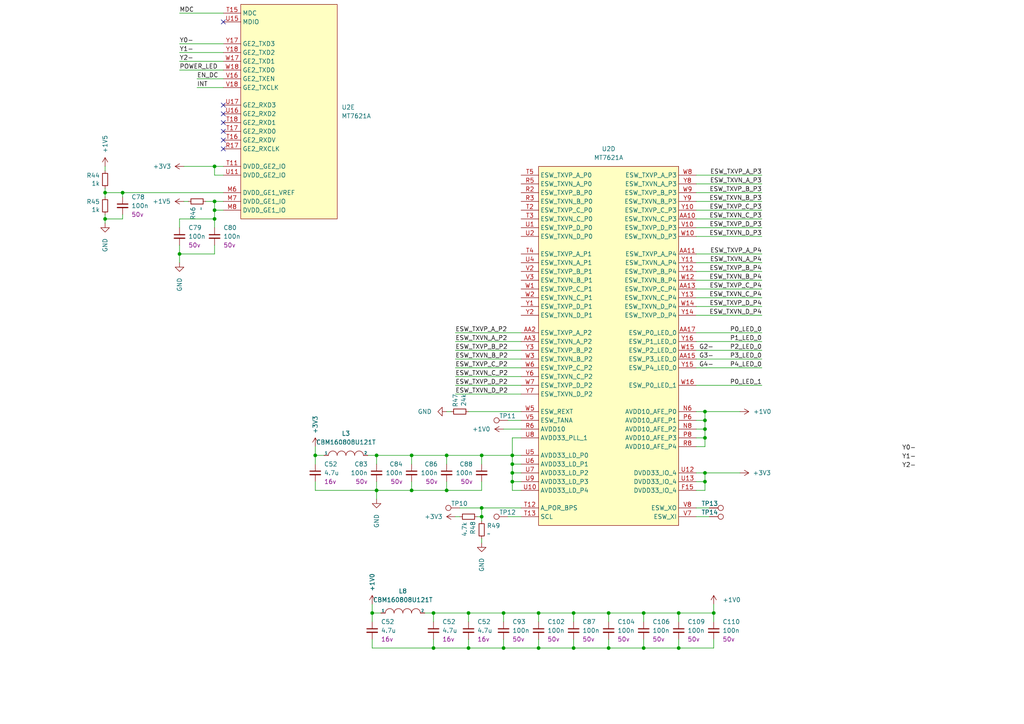
<source format=kicad_sch>
(kicad_sch (version 20230121) (generator eeschema)
  (paper "A4")
  (junction (at 166.37 187.96))
  (junction (at 204.47 139.7))
  (junction (at 109.22 132.08))
  (junction (at 146.05 187.96))
  (junction (at 204.47 137.16))
  (junction (at 179.07 -157.48))
  (junction (at 135.89 177.8))
  (junction (at 146.05 177.8))
  (junction (at 212.09 -80.01))
  (junction (at 186.69 187.96))
  (junction (at 181.61 -102.87))
  (junction (at 62.23 63.5))
  (junction (at 148.59 137.16))
  (junction (at 62.23 58.42))
  (junction (at 176.53 177.8))
  (junction (at 139.7 149.86))
  (junction (at 196.85 187.96))
  (junction (at 109.22 142.24))
  (junction (at 140.97 -157.48))
  (junction (at 139.7 132.08))
  (junction (at 179.07 -167.64))
  (junction (at 212.09 -15.24))
  (junction (at 143.51 -27.94))
  (junction (at 181.61 -27.94))
  (junction (at 181.61 -92.71))
  (junction (at 143.51 -82.55))
  (junction (at 125.73 187.96))
  (junction (at 62.23 60.96))
  (junction (at 143.51 -102.87))
  (junction (at 204.47 119.38))
  (junction (at 166.37 177.8))
  (junction (at 30.48 63.5))
  (junction (at 148.59 134.62))
  (junction (at 148.59 132.08))
  (junction (at 186.69 177.8))
  (junction (at 129.54 142.24))
  (junction (at 135.89 187.96))
  (junction (at 143.51 -38.1))
  (junction (at 139.7 147.32))
  (junction (at 207.01 177.8))
  (junction (at 196.85 177.8))
  (junction (at 52.07 73.66))
  (junction (at 156.21 187.96))
  (junction (at 193.04 -185.42))
  (junction (at 204.47 127))
  (junction (at 30.48 55.88))
  (junction (at 125.73 177.8))
  (junction (at 107.95 177.8))
  (junction (at 181.61 -38.1))
  (junction (at 140.97 -147.32))
  (junction (at 176.53 187.96))
  (junction (at 204.47 121.92))
  (junction (at 143.51 -17.78))
  (junction (at 119.38 142.24))
  (junction (at 143.51 -92.71))
  (junction (at 62.23 48.26))
  (junction (at 195.58 -55.88))
  (junction (at 209.55 -144.78))
  (junction (at 119.38 132.08))
  (junction (at 148.59 139.7))
  (junction (at 181.61 -113.03))
  (junction (at 140.97 -167.64))
  (junction (at 195.58 -120.65))
  (junction (at 129.54 132.08))
  (junction (at 181.61 -48.26))
  (junction (at 35.56 55.88))
  (junction (at 204.47 124.46))
  (junction (at 156.21 177.8))
  (junction (at 179.07 -177.8))
  (junction (at 91.44 132.08))
  (no_connect (at 64.77 30.48))
  (no_connect (at 64.77 40.64))
  (no_connect (at 64.77 43.18))
  (no_connect (at 64.77 6.35))
  (no_connect (at 64.77 33.02))
  (no_connect (at 64.77 38.1))
  (no_connect (at 64.77 35.56))
  (wire (pts (xy 62.23 50.8) (xy 62.23 48.26)))
  (wire (pts (xy 127 -85.09) (xy 152.4 -85.09)))
  (wire (pts (xy 181.61 -113.03) (xy 181.61 -120.65)))
  (wire (pts (xy 201.93 121.92) (xy 204.47 121.92)))
  (wire (pts (xy 127 -15.24) (xy 152.4 -15.24)))
  (wire (pts (xy 172.72 -30.48) (xy 187.96 -30.48)))
  (wire (pts (xy 179.07 -157.48) (xy 179.07 -147.32)))
  (wire (pts (xy 147.32 149.86) (xy 151.13 149.86)))
  (wire (pts (xy 193.04 -185.42) (xy 195.58 -185.42)))
  (wire (pts (xy 170.18 -170.18) (xy 182.88 -170.18)))
  (wire (pts (xy 220.98 83.82) (xy 201.93 83.82)))
  (wire (pts (xy 212.09 -24.13) (xy 212.09 -21.59)))
  (wire (pts (xy 181.61 -175.26) (xy 181.61 -177.8)))
  (wire (pts (xy 181.61 -38.1) (xy 181.61 -27.94)))
  (wire (pts (xy 139.7 132.08) (xy 129.54 132.08)))
  (wire (pts (xy 196.85 177.8) (xy 207.01 177.8)))
  (wire (pts (xy 148.59 139.7) (xy 151.13 139.7)))
  (wire (pts (xy 143.51 -17.78) (xy 143.51 -27.94)))
  (wire (pts (xy 149.86 -48.26) (xy 152.4 -48.26)))
  (wire (pts (xy 132.08 109.22) (xy 151.13 109.22)))
  (wire (pts (xy 127 -105.41) (xy 152.4 -105.41)))
  (wire (pts (xy 129.54 139.7) (xy 129.54 142.24)))
  (wire (pts (xy 52.07 17.78) (xy 64.77 17.78)))
  (wire (pts (xy 193.04 -100.33) (xy 198.12 -100.33)))
  (wire (pts (xy 177.8 -177.8) (xy 179.07 -177.8)))
  (wire (pts (xy 201.93 101.6) (xy 220.98 101.6)))
  (wire (pts (xy 107.95 175.26) (xy 107.95 177.8)))
  (wire (pts (xy 207.01 175.26) (xy 207.01 177.8)))
  (wire (pts (xy 201.93 96.52) (xy 220.98 96.52)))
  (wire (pts (xy 35.56 55.88) (xy 64.77 55.88)))
  (wire (pts (xy 127 -90.17) (xy 152.4 -90.17)))
  (wire (pts (xy 170.18 -167.64) (xy 172.72 -167.64)))
  (wire (pts (xy 193.04 -144.78) (xy 193.04 -162.56)))
  (wire (pts (xy 170.18 -165.1) (xy 184.15 -165.1)))
  (wire (pts (xy 127 -110.49) (xy 152.4 -110.49)))
  (wire (pts (xy 62.23 58.42) (xy 62.23 60.96)))
  (wire (pts (xy 146.05 187.96) (xy 146.05 185.42)))
  (wire (pts (xy 181.61 -102.87) (xy 181.61 -92.71)))
  (wire (pts (xy 166.37 185.42) (xy 166.37 187.96)))
  (wire (pts (xy 201.93 142.24) (xy 204.47 142.24)))
  (wire (pts (xy 205.74 -153.67) (xy 205.74 -133.35)))
  (wire (pts (xy 195.58 -33.02) (xy 198.12 -33.02)))
  (wire (pts (xy 146.05 177.8) (xy 156.21 177.8)))
  (wire (pts (xy 190.5 -40.64) (xy 198.12 -40.64)))
  (wire (pts (xy 35.56 63.5) (xy 30.48 63.5)))
  (wire (pts (xy 107.95 177.8) (xy 110.49 177.8)))
  (wire (pts (xy 62.23 58.42) (xy 64.77 58.42)))
  (wire (pts (xy 172.72 -85.09) (xy 193.04 -85.09)))
  (wire (pts (xy 180.34 -113.03) (xy 181.61 -113.03)))
  (wire (pts (xy 204.47 139.7) (xy 204.47 137.16)))
  (wire (pts (xy 140.97 -167.64) (xy 140.97 -177.8)))
  (wire (pts (xy 143.51 -48.26) (xy 144.78 -48.26)))
  (wire (pts (xy 180.34 -48.26) (xy 181.61 -48.26)))
  (wire (pts (xy 146.05 124.46) (xy 151.13 124.46)))
  (wire (pts (xy 220.98 76.2) (xy 201.93 76.2)))
  (wire (pts (xy 208.28 -88.9) (xy 208.28 -68.58)))
  (wire (pts (xy 203.2 -153.67) (xy 203.2 -151.13)))
  (wire (pts (xy 220.98 58.42) (xy 201.93 58.42)))
  (wire (pts (xy 170.18 -180.34) (xy 195.58 -180.34)))
  (wire (pts (xy 30.48 55.88) (xy 30.48 57.15)))
  (wire (pts (xy 129.54 132.08) (xy 119.38 132.08)))
  (wire (pts (xy 205.74 -81.28) (xy 205.74 -80.01)))
  (wire (pts (xy 220.98 73.66) (xy 201.93 73.66)))
  (wire (pts (xy 212.09 -15.24) (xy 212.09 -13.97)))
  (wire (pts (xy 172.72 -100.33) (xy 186.69 -100.33)))
  (wire (pts (xy 124.46 -149.86) (xy 149.86 -149.86)))
  (wire (pts (xy 205.74 -88.9) (xy 205.74 -86.36)))
  (wire (pts (xy 186.69 177.8) (xy 186.69 180.34)))
  (wire (pts (xy 191.77 -55.88) (xy 195.58 -55.88)))
  (wire (pts (xy 209.55 -144.78) (xy 209.55 -143.51)))
  (wire (pts (xy 205.74 -15.24) (xy 212.09 -15.24)))
  (wire (pts (xy 35.56 62.23) (xy 35.56 63.5)))
  (wire (pts (xy 186.69 -38.1) (xy 198.12 -38.1)))
  (wire (pts (xy 135.89 185.42) (xy 135.89 187.96)))
  (wire (pts (xy 147.32 121.92) (xy 151.13 121.92)))
  (wire (pts (xy 147.32 -157.48) (xy 149.86 -157.48)))
  (wire (pts (xy 139.7 139.7) (xy 139.7 142.24)))
  (wire (pts (xy 207.01 185.42) (xy 207.01 187.96)))
  (wire (pts (xy 172.72 -15.24) (xy 195.58 -15.24)))
  (wire (pts (xy 172.72 -35.56) (xy 186.69 -35.56)))
  (wire (pts (xy 220.98 50.8) (xy 201.93 50.8)))
  (wire (pts (xy 186.69 -35.56) (xy 186.69 -38.1)))
  (wire (pts (xy 109.22 132.08) (xy 109.22 134.62)))
  (wire (pts (xy 181.61 -113.03) (xy 181.61 -102.87)))
  (wire (pts (xy 35.56 55.88) (xy 30.48 55.88)))
  (wire (pts (xy 142.24 -147.32) (xy 140.97 -147.32)))
  (wire (pts (xy 184.15 -110.49) (xy 184.15 -113.03)))
  (wire (pts (xy 201.93 147.32) (xy 205.74 147.32)))
  (wire (pts (xy 125.73 177.8) (xy 125.73 180.34)))
  (wire (pts (xy 91.44 132.08) (xy 91.44 134.62)))
  (wire (pts (xy 148.59 139.7) (xy 148.59 137.16)))
  (wire (pts (xy 181.61 -55.88) (xy 186.69 -55.88)))
  (wire (pts (xy 140.97 -157.48) (xy 140.97 -167.64)))
  (wire (pts (xy 132.08 106.68) (xy 151.13 106.68)))
  (wire (pts (xy 59.69 58.42) (xy 62.23 58.42)))
  (wire (pts (xy 166.37 177.8) (xy 166.37 180.34)))
  (wire (pts (xy 185.42 -160.02) (xy 185.42 -172.72)))
  (wire (pts (xy 129.54 132.08) (xy 129.54 134.62)))
  (wire (pts (xy 109.22 132.08) (xy 119.38 132.08)))
  (wire (pts (xy 220.98 88.9) (xy 201.93 88.9)))
  (wire (pts (xy 201.93 -24.13) (xy 201.93 -6.35)))
  (wire (pts (xy 195.58 -125.73) (xy 195.58 -120.65)))
  (wire (pts (xy 148.59 142.24) (xy 148.59 139.7)))
  (wire (pts (xy 193.04 -20.32) (xy 193.04 -35.56)))
  (wire (pts (xy 151.13 -82.55) (xy 152.4 -82.55)))
  (wire (pts (xy 176.53 177.8) (xy 186.69 177.8)))
  (wire (pts (xy 143.51 -92.71) (xy 146.05 -92.71)))
  (wire (pts (xy 124.46 -154.94) (xy 149.86 -154.94)))
  (wire (pts (xy 185.42 -105.41) (xy 185.42 -110.49)))
  (wire (pts (xy 140.97 -147.32) (xy 140.97 -157.48)))
  (wire (pts (xy 127 -50.8) (xy 152.4 -50.8)))
  (wire (pts (xy 172.72 -95.25) (xy 187.96 -95.25)))
  (wire (pts (xy 147.32 -177.8) (xy 149.86 -177.8)))
  (wire (pts (xy 140.97 -147.32) (xy 140.97 -142.24)))
  (wire (pts (xy 127 -20.32) (xy 152.4 -20.32)))
  (wire (pts (xy 176.53 177.8) (xy 176.53 180.34)))
  (wire (pts (xy 186.69 -102.87) (xy 198.12 -102.87)))
  (wire (pts (xy 151.13 127) (xy 148.59 127)))
  (wire (pts (xy 184.15 -113.03) (xy 198.12 -113.03)))
  (wire (pts (xy 143.51 -102.87) (xy 143.51 -113.03)))
  (wire (pts (xy 201.93 124.46) (xy 204.47 124.46)))
  (wire (pts (xy 172.72 -113.03) (xy 175.26 -113.03)))
  (wire (pts (xy 91.44 142.24) (xy 91.44 139.7)))
  (wire (pts (xy 132.08 111.76) (xy 151.13 111.76)))
  (wire (pts (xy 195.58 -182.88) (xy 193.04 -182.88)))
  (wire (pts (xy 190.5 -149.86) (xy 190.5 -165.1)))
  (wire (pts (xy 146.05 177.8) (xy 146.05 180.34)))
  (wire (pts (xy 156.21 177.8) (xy 156.21 180.34)))
  (wire (pts (xy 107.95 187.96) (xy 125.73 187.96)))
  (wire (pts (xy 187.96 -30.48) (xy 187.96 -43.18)))
  (wire (pts (xy 151.13 -113.03) (xy 152.4 -113.03)))
  (wire (pts (xy 172.72 -80.01) (xy 195.58 -80.01)))
  (wire (pts (xy 139.7 142.24) (xy 129.54 142.24)))
  (wire (pts (xy 129.54 142.24) (xy 119.38 142.24)))
  (wire (pts (xy 107.95 177.8) (xy 107.95 180.34)))
  (wire (pts (xy 140.97 -157.48) (xy 142.24 -157.48)))
  (wire (pts (xy 203.2 -144.78) (xy 209.55 -144.78)))
  (wire (pts (xy 143.51 -17.78) (xy 143.51 -12.7)))
  (wire (pts (xy 143.51 -92.71) (xy 143.51 -102.87)))
  (wire (pts (xy 220.98 81.28) (xy 201.93 81.28)))
  (wire (pts (xy 172.72 -92.71) (xy 175.26 -92.71)))
  (wire (pts (xy 143.51 -113.03) (xy 146.05 -113.03)))
  (wire (pts (xy 181.61 -27.94) (xy 181.61 -17.78)))
  (wire (pts (xy 180.34 -38.1) (xy 181.61 -38.1)))
  (wire (pts (xy 166.37 187.96) (xy 176.53 187.96)))
  (wire (pts (xy 209.55 -153.67) (xy 209.55 -151.13)))
  (wire (pts (xy 207.01 177.8) (xy 207.01 180.34)))
  (wire (pts (xy 172.72 -25.4) (xy 190.5 -25.4)))
  (wire (pts (xy 212.09 -80.01) (xy 212.09 -78.74)))
  (wire (pts (xy 149.86 -38.1) (xy 152.4 -38.1)))
  (wire (pts (xy 187.96 -95.25) (xy 187.96 -107.95)))
  (wire (pts (xy 182.88 -175.26) (xy 195.58 -175.26)))
  (wire (pts (xy 195.58 -60.96) (xy 195.58 -55.88)))
  (wire (pts (xy 172.72 -105.41) (xy 185.42 -105.41)))
  (wire (pts (xy 177.8 -147.32) (xy 179.07 -147.32)))
  (wire (pts (xy 52.07 63.5) (xy 62.23 63.5)))
  (wire (pts (xy 148.59 132.08) (xy 151.13 132.08)))
  (wire (pts (xy 143.51 -27.94) (xy 143.51 -38.1)))
  (wire (pts (xy 52.07 76.2) (xy 52.07 73.66)))
  (wire (pts (xy 170.18 -157.48) (xy 172.72 -157.48)))
  (wire (pts (xy 170.18 -154.94) (xy 187.96 -154.94)))
  (wire (pts (xy 138.43 149.86) (xy 139.7 149.86)))
  (wire (pts (xy 207.01 187.96) (xy 196.85 187.96)))
  (wire (pts (xy 177.8 -167.64) (xy 179.07 -167.64)))
  (wire (pts (xy 193.04 -162.56) (xy 195.58 -162.56)))
  (wire (pts (xy 201.93 119.38) (xy 204.47 119.38)))
  (wire (pts (xy 139.7 149.86) (xy 139.7 151.13)))
  (wire (pts (xy 91.44 132.08) (xy 93.98 132.08)))
  (wire (pts (xy 170.18 -144.78) (xy 193.04 -144.78)))
  (wire (pts (xy 179.07 -185.42) (xy 184.15 -185.42)))
  (wire (pts (xy 172.72 -102.87) (xy 175.26 -102.87)))
  (wire (pts (xy 201.93 137.16) (xy 204.47 137.16)))
  (wire (pts (xy 191.77 -120.65) (xy 195.58 -120.65)))
  (wire (pts (xy 62.23 60.96) (xy 62.23 63.5)))
  (wire (pts (xy 201.93 149.86) (xy 205.74 149.86)))
  (wire (pts (xy 148.59 134.62) (xy 148.59 132.08)))
  (wire (pts (xy 212.09 -81.28) (xy 212.09 -80.01)))
  (wire (pts (xy 186.69 187.96) (xy 176.53 187.96)))
  (wire (pts (xy 196.85 177.8) (xy 196.85 180.34)))
  (wire (pts (xy 204.47 124.46) (xy 204.47 127)))
  (wire (pts (xy 172.72 -40.64) (xy 185.42 -40.64)))
  (wire (pts (xy 177.8 -157.48) (xy 179.07 -157.48)))
  (wire (pts (xy 181.61 -92.71) (xy 181.61 -82.55)))
  (wire (pts (xy 172.72 -45.72) (xy 184.15 -45.72)))
  (wire (pts (xy 220.98 55.88) (xy 201.93 55.88)))
  (wire (pts (xy 30.48 64.77) (xy 30.48 63.5)))
  (wire (pts (xy 172.72 -50.8) (xy 198.12 -50.8)))
  (wire (pts (xy 125.73 187.96) (xy 135.89 187.96)))
  (wire (pts (xy 172.72 -20.32) (xy 193.04 -20.32)))
  (wire (pts (xy 132.08 149.86) (xy 133.35 149.86)))
  (wire (pts (xy 170.18 -147.32) (xy 172.72 -147.32)))
  (wire (pts (xy 187.96 -154.94) (xy 187.96 -170.18)))
  (wire (pts (xy 151.13 -102.87) (xy 152.4 -102.87)))
  (wire (pts (xy 52.07 15.24) (xy 64.77 15.24)))
  (wire (pts (xy 135.89 177.8) (xy 146.05 177.8)))
  (wire (pts (xy 129.54 119.38) (xy 130.81 119.38)))
  (wire (pts (xy 179.07 -177.8) (xy 179.07 -167.64)))
  (wire (pts (xy 204.47 121.92) (xy 204.47 124.46)))
  (wire (pts (xy 190.5 -90.17) (xy 190.5 -105.41)))
  (wire (pts (xy 144.78 -17.78) (xy 143.51 -17.78)))
  (wire (pts (xy 176.53 187.96) (xy 176.53 185.42)))
  (wire (pts (xy 124.46 -144.78) (xy 149.86 -144.78)))
  (wire (pts (xy 201.93 106.68) (xy 220.98 106.68)))
  (wire (pts (xy 198.12 -53.34) (xy 195.58 -53.34)))
  (wire (pts (xy 127 -95.25) (xy 152.4 -95.25)))
  (wire (pts (xy 148.59 137.16) (xy 151.13 137.16)))
  (wire (pts (xy 186.69 -100.33) (xy 186.69 -102.87)))
  (wire (pts (xy 127 -40.64) (xy 152.4 -40.64)))
  (wire (pts (xy 220.98 78.74) (xy 201.93 78.74)))
  (wire (pts (xy 139.7 132.08) (xy 148.59 132.08)))
  (wire (pts (xy 180.34 -102.87) (xy 181.61 -102.87)))
  (wire (pts (xy 212.09 -16.51) (xy 212.09 -15.24)))
  (wire (pts (xy 166.37 177.8) (xy 176.53 177.8)))
  (wire (pts (xy 180.34 -82.55) (xy 181.61 -82.55)))
  (wire (pts (xy 64.77 48.26) (xy 62.23 48.26)))
  (wire (pts (xy 143.51 -102.87) (xy 146.05 -102.87)))
  (wire (pts (xy 172.72 -90.17) (xy 190.5 -90.17)))
  (wire (pts (xy 64.77 25.4) (xy 57.15 25.4)))
  (wire (pts (xy 172.72 -115.57) (xy 198.12 -115.57)))
  (wire (pts (xy 199.39 -153.67) (xy 199.39 -135.89)))
  (wire (pts (xy 198.12 -125.73) (xy 195.58 -125.73)))
  (wire (pts (xy 208.28 -68.58) (xy 127 -68.58)))
  (wire (pts (xy 172.72 -110.49) (xy 184.15 -110.49)))
  (wire (pts (xy 180.34 -27.94) (xy 181.61 -27.94)))
  (wire (pts (xy 170.18 -175.26) (xy 181.61 -175.26)))
  (wire (pts (xy 220.98 66.04) (xy 201.93 66.04)))
  (wire (pts (xy 124.46 -175.26) (xy 149.86 -175.26)))
  (wire (pts (xy 146.05 -82.55) (xy 143.51 -82.55)))
  (wire (pts (xy 205.74 -80.01) (xy 212.09 -80.01)))
  (wire (pts (xy 220.98 60.96) (xy 201.93 60.96)))
  (wire (pts (xy 127 -25.4) (xy 152.4 -25.4)))
  (wire (pts (xy 140.97 -177.8) (xy 142.24 -177.8)))
  (wire (pts (xy 198.12 -60.96) (xy 195.58 -60.96)))
  (wire (pts (xy 148.59 127) (xy 148.59 132.08)))
  (wire (pts (xy 139.7 147.32) (xy 139.7 149.86)))
  (wire (pts (xy 195.58 -80.01) (xy 195.58 -97.79)))
  (wire (pts (xy 220.98 68.58) (xy 201.93 68.58)))
  (wire (pts (xy 190.5 -25.4) (xy 190.5 -40.64)))
  (wire (pts (xy 109.22 142.24) (xy 91.44 142.24)))
  (wire (pts (xy 208.28 -24.13) (xy 208.28 -3.81)))
  (wire (pts (xy 52.07 20.32) (xy 64.77 20.32)))
  (wire (pts (xy 204.47 129.54) (xy 201.93 129.54)))
  (wire (pts (xy 127 -30.48) (xy 152.4 -30.48)))
  (wire (pts (xy 147.32 -167.64) (xy 149.86 -167.64)))
  (wire (pts (xy 53.34 58.42) (xy 54.61 58.42)))
  (wire (pts (xy 201.93 104.14) (xy 220.98 104.14)))
  (wire (pts (xy 151.13 -92.71) (xy 152.4 -92.71)))
  (wire (pts (xy 139.7 157.48) (xy 139.7 156.21)))
  (wire (pts (xy 201.93 -71.12) (xy 127 -71.12)))
  (wire (pts (xy 127 -45.72) (xy 152.4 -45.72)))
  (wire (pts (xy 52.07 73.66) (xy 62.23 73.66)))
  (wire (pts (xy 170.18 -149.86) (xy 190.5 -149.86)))
  (wire (pts (xy 135.89 187.96) (xy 146.05 187.96)))
  (wire (pts (xy 172.72 -17.78) (xy 175.26 -17.78)))
  (wire (pts (xy 132.08 99.06) (xy 151.13 99.06)))
  (wire (pts (xy 187.96 -170.18) (xy 195.58 -170.18)))
  (wire (pts (xy 143.51 -27.94) (xy 144.78 -27.94)))
  (wire (pts (xy 132.08 104.14) (xy 151.13 104.14)))
  (wire (pts (xy 143.51 -38.1) (xy 144.78 -38.1)))
  (wire (pts (xy 124.46 -165.1) (xy 149.86 -165.1)))
  (wire (pts (xy 109.22 144.78) (xy 109.22 142.24)))
  (wire (pts (xy 196.85 187.96) (xy 186.69 187.96)))
  (wire (pts (xy 201.93 99.06) (xy 220.98 99.06)))
  (wire (pts (xy 119.38 132.08) (xy 119.38 134.62)))
  (wire (pts (xy 148.59 134.62) (xy 151.13 134.62)))
  (wire (pts (xy 186.69 187.96) (xy 186.69 185.42)))
  (wire (pts (xy 204.47 127) (xy 204.47 129.54)))
  (wire (pts (xy 220.98 53.34) (xy 201.93 53.34)))
  (wire (pts (xy 133.35 147.32) (xy 139.7 147.32)))
  (wire (pts (xy 201.93 139.7) (xy 204.47 139.7)))
  (wire (pts (xy 127 -80.01) (xy 152.4 -80.01)))
  (wire (pts (xy 205.74 -24.13) (xy 205.74 -21.59)))
  (wire (pts (xy 139.7 147.32) (xy 151.13 147.32)))
  (wire (pts (xy 189.23 -185.42) (xy 193.04 -185.42)))
  (wire (pts (xy 148.59 137.16) (xy 148.59 134.62)))
  (wire (pts (xy 156.21 187.96) (xy 156.21 185.42)))
  (wire (pts (xy 172.72 -38.1) (xy 175.26 -38.1)))
  (wire (pts (xy 185.42 -40.64) (xy 185.42 -45.72)))
  (wire (pts (xy 64.77 22.86) (xy 57.15 22.86)))
  (wire (pts (xy 220.98 86.36) (xy 201.93 86.36)))
  (wire (pts (xy 193.04 -182.88) (xy 193.04 -185.42)))
  (wire (pts (xy 185.42 -45.72) (xy 198.12 -45.72)))
  (wire (pts (xy 30.48 63.5) (xy 30.48 62.23)))
  (wire (pts (xy 195.58 -190.5) (xy 193.04 -190.5)))
  (wire (pts (xy 62.23 71.12) (xy 62.23 73.66)))
  (wire (pts (xy 208.28 -3.81) (xy 127 -3.81)))
  (wire (pts (xy 172.72 -48.26) (xy 175.26 -48.26)))
  (wire (pts (xy 195.58 -120.65) (xy 198.12 -120.65)))
  (wire (pts (xy 212.09 -88.9) (xy 212.09 -86.36)))
  (wire (pts (xy 124.46 -160.02) (xy 149.86 -160.02)))
  (wire (pts (xy 135.89 119.38) (xy 151.13 119.38)))
  (wire (pts (xy 52.07 3.81) (xy 64.77 3.81)))
  (wire (pts (xy 186.69 177.8) (xy 196.85 177.8)))
  (wire (pts (xy 199.39 -135.89) (xy 124.46 -135.89)))
  (wire (pts (xy 193.04 -35.56) (xy 198.12 -35.56)))
  (wire (pts (xy 132.08 96.52) (xy 151.13 96.52)))
  (wire (pts (xy 196.85 187.96) (xy 196.85 185.42)))
  (wire (pts (xy 204.47 142.24) (xy 204.47 139.7)))
  (wire (pts (xy 124.46 -180.34) (xy 149.86 -180.34)))
  (wire (pts (xy 195.58 -97.79) (xy 198.12 -97.79)))
  (wire (pts (xy 201.93 -88.9) (xy 201.93 -71.12)))
  (wire (pts (xy 179.07 -177.8) (xy 179.07 -185.42)))
  (wire (pts (xy 127 -115.57) (xy 152.4 -115.57)))
  (wire (pts (xy 195.58 -55.88) (xy 198.12 -55.88)))
  (wire (pts (xy 180.34 -92.71) (xy 181.61 -92.71)))
  (wire (pts (xy 204.47 119.38) (xy 204.47 121.92)))
  (wire (pts (xy 209.55 -146.05) (xy 209.55 -144.78)))
  (wire (pts (xy 127 -100.33) (xy 152.4 -100.33)))
  (wire (pts (xy 184.15 -165.1) (xy 184.15 -167.64)))
  (wire (pts (xy 203.2 -146.05) (xy 203.2 -144.78)))
  (wire (pts (xy 190.5 -165.1) (xy 195.58 -165.1)))
  (wire (pts (xy 187.96 -43.18) (xy 198.12 -43.18)))
  (wire (pts (xy 143.51 -82.55) (xy 143.51 -77.47)))
  (wire (pts (xy 149.86 -27.94) (xy 152.4 -27.94)))
  (wire (pts (xy 195.58 -118.11) (xy 195.58 -120.65)))
  (wire (pts (xy 64.77 50.8) (xy 62.23 50.8)))
  (wire (pts (xy 220.98 63.5) (xy 201.93 63.5)))
  (wire (pts (xy 185.42 -172.72) (xy 195.58 -172.72)))
  (wire (pts (xy 52.07 66.04) (xy 52.07 63.5)))
  (wire (pts (xy 156.21 177.8) (xy 166.37 177.8)))
  (wire (pts (xy 180.34 -17.78) (xy 181.61 -17.78)))
  (wire (pts (xy 147.32 -147.32) (xy 149.86 -147.32)))
  (wire (pts (xy 156.21 187.96) (xy 166.37 187.96)))
  (wire (pts (xy 205.74 -16.51) (xy 205.74 -15.24)))
  (wire (pts (xy 220.98 91.44) (xy 201.93 91.44)))
  (wire (pts (xy 170.18 -160.02) (xy 185.42 -160.02)))
  (wire (pts (xy 132.08 101.6) (xy 151.13 101.6)))
  (wire (pts (xy 62.23 48.26) (xy 53.34 48.26)))
  (wire (pts (xy 201.93 127) (xy 204.47 127)))
  (wire (pts (xy 187.96 -107.95) (xy 198.12 -107.95)))
  (wire (pts (xy 52.07 12.7) (xy 64.77 12.7)))
  (wire (pts (xy 30.48 54.61) (xy 30.48 55.88)))
  (wire (pts (xy 170.18 -177.8) (xy 172.72 -177.8)))
  (wire (pts (xy 156.21 187.96) (xy 146.05 187.96)))
  (wire (pts (xy 185.42 -110.49) (xy 198.12 -110.49)))
  (wire (pts (xy 182.88 -170.18) (xy 182.88 -175.26)))
  (wire (pts (xy 220.98 111.76) (xy 201.93 111.76)))
  (wire (pts (xy 149.86 -17.78) (xy 152.4 -17.78)))
  (wire (pts (xy 119.38 142.24) (xy 109.22 142.24)))
  (wire (pts (xy 172.72 -27.94) (xy 175.26 -27.94)))
  (wire (pts (xy 109.22 142.24) (xy 109.22 139.7)))
  (wire (pts (xy 107.95 187.96) (xy 107.95 185.42)))
  (wire (pts (xy 52.07 73.66) (xy 52.07 71.12)))
  (wire (pts (xy 35.56 57.15) (xy 35.56 55.88)))
  (wire (pts (xy 193.04 -85.09) (xy 193.04 -100.33)))
  (wire (pts (xy 190.5 -105.41) (xy 198.12 -105.41)))
  (wire (pts (xy 204.47 137.16) (xy 214.63 137.16)))
  (wire (pts (xy 125.73 177.8) (xy 135.89 177.8)))
  (wire (pts (xy 143.51 -38.1) (xy 143.51 -48.26)))
  (wire (pts (xy 172.72 -82.55) (xy 175.26 -82.55)))
  (wire (pts (xy 140.97 -167.64) (xy 142.24 -167.64)))
  (wire (pts (xy 30.48 48.26) (xy 30.48 49.53)))
  (wire (pts (xy 181.61 -48.26) (xy 181.61 -38.1)))
  (wire (pts (xy 125.73 187.96) (xy 125.73 185.42)))
  (wire (pts (xy 119.38 139.7) (xy 119.38 142.24)))
  (wire (pts (xy 127 -35.56) (xy 152.4 -35.56)))
  (wire (pts (xy 184.15 -45.72) (xy 184.15 -48.26)))
  (wire (pts (xy 179.07 -167.64) (xy 179.07 -157.48)))
  (wire (pts (xy 123.19 177.8) (xy 125.73 177.8)))
  (wire (pts (xy 195.58 -53.34) (xy 195.58 -55.88)))
  (wire (pts (xy 181.61 -177.8) (xy 195.58 -177.8)))
  (wire (pts (xy 62.23 63.5) (xy 62.23 66.04)))
  (wire (pts (xy 214.63 119.38) (xy 204.47 119.38)))
  (wire (pts (xy 201.93 -6.35) (xy 127 -6.35)))
  (wire (pts (xy 62.23 60.96) (xy 64.77 60.96)))
  (wire (pts (xy 135.89 177.8) (xy 135.89 180.34)))
  (wire (pts (xy 198.12 -118.11) (xy 195.58 -118.11)))
  (wire (pts (xy 151.13 142.24) (xy 148.59 142.24)))
  (wire (pts (xy 184.15 -48.26) (xy 198.12 -48.26)))
  (wire (pts (xy 184.15 -167.64) (xy 195.58 -167.64)))
  (wire (pts (xy 91.44 129.54) (xy 91.44 132.08)))
  (wire (pts (xy 181.61 -120.65) (xy 186.69 -120.65)))
  (wire (pts (xy 181.61 -48.26) (xy 181.61 -55.88)))
  (wire (pts (xy 193.04 -190.5) (xy 193.04 -185.42)))
  (wire (pts (xy 106.68 132.08) (xy 109.22 132.08)))
  (wire (pts (xy 143.51 -82.55) (xy 143.51 -92.71)))
  (wire (pts (xy 195.58 -15.24) (xy 195.58 -33.02)))
  (wire (pts (xy 132.08 114.3) (xy 151.13 114.3)))
  (wire (pts (xy 139.7 132.08) (xy 139.7 134.62)))
  (wire (pts (xy 205.74 -133.35) (xy 124.46 -133.35)))
  (wire (pts (xy 124.46 -170.18) (xy 149.86 -170.18)))
  (label "ESW_TXVP_A_P2" (at 132.08 96.52 0))
  (label "ESW_TXVN_D_P2" (at 132.08 114.3 0))
  (label "ESW_TXVP_D_P3" (at 127 -85.09 0))
  (label "ESW_TXVP_D_P2" (at 124.46 -149.86 0))
  (label "P3C_P" (at 198.12 -107.95 180))
  (label "Y0-" (at 261.62 130.81 0))
  (label "ESW_TXVN_C_P3" (at 127 -90.17 0))
  (label "ESW_TXVN_A_P4" (at 127 -45.72 0))
  (label "ESW_TXVN_D_P3" (at 220.98 68.58 180))
  (label "G2-" (at 207.01 101.6 180))
  (label "Y4-" (at 127 -3.81 0))
  (label "ESW_TXVP_B_P2" (at 124.46 -170.18 0))
  (label "P2A_N" (at 198.12 -48.26 180))
  (label "ESW_TXVP_C_P3" (at 127 -95.25 0))
  (label "ESW_TXVN_B_P2" (at 132.08 104.14 0))
  (label "ESW_TXVN_C_P3" (at 220.98 63.5 180))
  (label "P4D_N" (at 195.58 -162.56 180))
  (label "P4D_P" (at 195.58 -165.1 180))
  (label "ESW_TXVN_C_P4" (at 220.98 86.36 180))
  (label "Y2-" (at 124.46 -133.35 0))
  (label "P2C_P" (at 198.12 -43.18 180))
  (label "P0_LED_1" (at 220.98 111.76 180))
  (label "ESW_TXVP_D_P4" (at 220.98 88.9 180))
  (label "P0_LED_0" (at 220.98 96.52 180))
  (label "ESW_TXVP_C_P2" (at 124.46 -160.02 0))
  (label "P2B_P" (at 198.12 -45.72 180))
  (label "ESW_TXVP_D_P3" (at 220.98 66.04 180))
  (label "P4B_N" (at 195.58 -167.64 180))
  (label "ESW_TXVN_A_P4" (at 220.98 76.2 180))
  (label "P4A_N" (at 195.58 -177.8 180))
  (label "G3-" (at 127 -71.12 0))
  (label "P3_LED_0" (at 220.98 104.14 180))
  (label "MDC" (at 52.07 3.81 0))
  (label "ESW_TXVN_A_P2" (at 124.46 -175.26 0))
  (label "ESW_TXVN_D_P4" (at 127 -15.24 0))
  (label "ESW_TXVN_B_P3" (at 127 -100.33 0))
  (label "P4C_P" (at 195.58 -172.72 180))
  (label "ESW_TXVP_D_P4" (at 127 -20.32 0))
  (label "G3-" (at 207.01 104.14 180))
  (label "P4_LED_0" (at 220.98 106.68 180))
  (label "ESW_TXVP_C_P4" (at 220.98 83.82 180))
  (label "P3C_N" (at 198.12 -105.41 180))
  (label "ESW_TXVP_B_P4" (at 127 -40.64 0))
  (label "P3A_P" (at 198.12 -115.57 180))
  (label "Y2-" (at 261.62 135.89 0))
  (label "P4A_P" (at 195.58 -180.34 180))
  (label "ESW_TXVN_C_P2" (at 124.46 -154.94 0))
  (label "ESW_TXVP_A_P3" (at 220.98 50.8 180))
  (label "P3D_P" (at 198.12 -100.33 180))
  (label "ESW_TXVP_C_P2" (at 132.08 106.68 0))
  (label "ESW_TXVN_A_P3" (at 220.98 53.34 180))
  (label "G2-" (at 124.46 -135.89 0))
  (label "ESW_TXVP_B_P3" (at 127 -105.41 0))
  (label "ESW_TXVN_B_P4" (at 220.98 81.28 180))
  (label "ESW_TXVP_B_P3" (at 220.98 55.88 180))
  (label "Y0-" (at 52.07 12.7 0))
  (label "P3B_N" (at 198.12 -102.87 180))
  (label "ESW_TXVN_C_P4" (at 127 -25.4 0))
  (label "ESW_TXVP_B_P4" (at 220.98 78.74 180))
  (label "Y3-" (at 127 -68.58 0))
  (label "P2D_P" (at 198.12 -35.56 180))
  (label "Y1-" (at 261.62 133.35 0))
  (label "ESW_TXVN_A_P2" (at 132.08 99.06 0))
  (label "ESW_TXVP_C_P4" (at 127 -30.48 0))
  (label "G4-" (at 127 -6.35 0))
  (label "P4B_P" (at 195.58 -175.26 180))
  (label "P3B_P" (at 198.12 -110.49 180))
  (label "ESW_TXVN_A_P3" (at 127 -110.49 0))
  (label "ESW_TXVP_C_P3" (at 220.98 60.96 180))
  (label "P1_LED_0" (at 220.98 99.06 180))
  (label "ESW_TXVP_B_P2" (at 132.08 101.6 0))
  (label "INT" (at 57.15 25.4 0))
  (label "ESW_TXVP_A_P4" (at 220.98 73.66 180))
  (label "ESW_TXVN_B_P3" (at 220.98 58.42 180))
  (label "P2_LED_0" (at 220.98 101.6 180))
  (label "G4-" (at 207.01 106.68 180))
  (label "ESW_TXVN_C_P2" (at 132.08 109.22 0))
  (label "P2D_N" (at 198.12 -33.02 180))
  (label "ESW_TXVN_B_P4" (at 127 -35.56 0))
  (label "P3A_N" (at 198.12 -113.03 180))
  (label "Y2-" (at 52.07 17.78 0))
  (label "P2C_N" (at 198.12 -40.64 180))
  (label "ESW_TXVP_A_P2" (at 124.46 -180.34 0))
  (label "P3D_N" (at 198.12 -97.79 180))
  (label "POWER_LED" (at 52.07 20.32 0))
  (label "P2A_P" (at 198.12 -50.8 180))
  (label "ESW_TXVP_A_P3" (at 127 -115.57 0))
  (label "ESW_TXVP_A_P4" (at 127 -50.8 0))
  (label "EN_DC" (at 57.15 22.86 0))
  (label "ESW_TXVN_D_P2" (at 124.46 -144.78 0))
  (label "Y1-" (at 52.07 15.24 0))
  (label "ESW_TXVN_D_P4" (at 220.98 91.44 180))
  (label "P2B_N" (at 198.12 -38.1 180))
  (label "ESW_TXVN_B_P2" (at 124.46 -165.1 0))
  (label "P4C_N" (at 195.58 -170.18 180))
  (label "ESW_TXVP_D_P2" (at 132.08 111.76 0))
  (label "ESW_TXVN_D_P3" (at 127 -80.01 0))
  (symbol (lib_id "Device:R_Small") (at 212.09 -83.82 180) (unit 1)
    (property "Reference" "R66" (at 213.5886 -84.9884 0) (effects (justify right)))
    (property "Value" "330R" (at 213.5886 -82.677 0) (effects (justify right)))
    (property "Footprint" "Resistor_SMD:R_0402_1005Metric" (effects hide))
    (property "Coefficient" "5%" (effects hide))
    (property "lcsc" "C25104" (effects hide))
  )
  (symbol (lib_id "Device:C_Small") (at 148.59 -113.03 90) (unit 1)
    (property "Reference" "C98" (at 146.05 -115.57 0) (effects (justify left)))
    (property "Value" "100n" (at 148.59 -115.57 0) (effects (justify left)))
    (property "Footprint" "Capacitor_SMD:C_0402_1005Metric" (effects hide))
    (property "lcsc" "C307331" (effects hide))
    (property "Coefficient" "X7R" (effects hide))
    (property "Voltage" "50v" (at 151.13 -115.57 0) (effects (justify left)))
  )
  (symbol (lib_id "Device:C_Small") (at 144.78 -177.8 90) (unit 1)
    (property "Reference" "C89" (at 142.24 -180.34 0) (effects (justify left)))
    (property "Value" "100n" (at 144.78 -180.34 0) (effects (justify left)))
    (property "Footprint" "Capacitor_SMD:C_0402_1005Metric" (effects hide))
    (property "lcsc" "C307331" (effects hide))
    (property "Coefficient" "X7R" (effects hide))
    (property "Voltage" "50v" (at 147.32 -180.34 0) (effects (justify left)))
  )
  (symbol (lib_id "Device:C_Small") (at 107.95 182.88 0) (unit 1)
    (property "Reference" "C52" (at 110.49 180.34 0) (effects (justify left)))
    (property "Value" "4.7u" (at 110.49 182.88 0) (effects (justify left)))
    (property "Footprint" "Capacitor_SMD:C_0603_1608Metric" (effects hide))
    (property "lcsc" "C19666" (effects hide))
    (property "Coefficient" "X5R" (effects hide))
    (property "Voltage" "16v" (at 110.49 185.42 0) (effects (justify left)))
    (instances (project "main" (path "" (reference "C52") (unit 1)) (path "" (reference "C82") (unit 1))) (project "main" (path "" (reference "C38") (unit 1))))
  )
  (symbol (lib_id "Device:C_Small") (at 189.23 -55.88 270) (mirror x) (unit 1)
    (property "Reference" "C108" (at 191.77 -58.42 0) (effects (justify left)))
    (property "Value" "1n" (at 189.23 -58.42 0) (effects (justify left)))
    (property "Footprint" "Capacitor_SMD:C_0805_2012Metric" (effects hide))
    (property "lcsc" "C303890" (effects hide))
    (property "Coefficient" "X7R" (effects hide))
    (property "Voltage" "1kV" (at 186.69 -58.42 0) (effects (justify left)))
  )
  (symbol (lib_id "Device:C_Small") (at 147.32 -27.94 90) (unit 1)
    (property "Reference" "C96" (at 144.78 -30.48 0) (effects (justify left)))
    (property "Value" "100n" (at 147.32 -30.48 0) (effects (justify left)))
    (property "Footprint" "Capacitor_SMD:C_0402_1005Metric" (effects hide))
    (property "lcsc" "C307331" (effects hide))
    (property "Coefficient" "X7R" (effects hide))
    (property "Voltage" "50v" (at 149.86 -30.48 0) (effects (justify left)))
  )
  (symbol (lib_name "DS1128-09-S8B8X_1") (lib_id "MAS_Connectors:DS1128-09-S8B8X") (at 207.01 -101.6 180) (unit 1)
    (property "Reference" "J2" (at 214.63 -121.92 90) (effects (justify left)))
    (property "Value" "DS1128-09-S8B8X" (effects hide))
    (property "Footprint" "MAS_Package_std:RJ45_DS1128-09-S8B8X" (effects hide))
    (property "Datasheet" "https://datasheet.lcsc.com/lcsc/1811141116_CONNFLY-Elec-DS1128-09-S8B8X_C86578.pdf" (effects hide))
    (property "lcsc" "C86578" (effects hide))
  )
  (symbol (lib_id "Device:C_Small") (at 129.54 137.16 0) (mirror y) (unit 1)
    (property "Reference" "C86" (at 127 134.62 0) (effects (justify left)))
    (property "Value" "100n" (at 127 137.16 0) (effects (justify left)))
    (property "Footprint" "Capacitor_SMD:C_0402_1005Metric" (effects hide))
    (property "lcsc" "C307331" (effects hide))
    (property "Coefficient" "X7R" (effects hide))
    (property "Voltage" "50v" (at 127 139.7 0) (effects (justify left)))
  )
  (symbol (lib_name "DS1128-09-S8B8X_1") (lib_id "MAS_Connectors:DS1128-09-S8B8X") (at 204.47 -166.37 180) (unit 1)
    (property "Reference" "J1" (at 212.09 -186.69 90) (effects (justify left)))
    (property "Value" "DS1128-09-S8B8X" (effects hide))
    (property "Footprint" "MAS_Package_std:RJ45_DS1128-09-S8B8X" (effects hide))
    (property "Datasheet" "https://datasheet.lcsc.com/lcsc/1811141116_CONNFLY-Elec-DS1128-09-S8B8X_C86578.pdf" (effects hide))
    (property "lcsc" "C86578" (effects hide))
  )
  (symbol (lib_id "Device:C_Small") (at 52.07 68.58 0) (unit 1)
    (property "Reference" "C79" (at 54.61 66.04 0) (effects (justify left)))
    (property "Value" "100n" (at 54.61 68.58 0) (effects (justify left)))
    (property "Footprint" "Capacitor_SMD:C_0402_1005Metric" (effects hide))
    (property "lcsc" "C307331" (effects hide))
    (property "Coefficient" "X7R" (effects hide))
    (property "Voltage" "50v" (at 54.61 71.12 0) (effects (justify left)))
  )
  (symbol (lib_id "Device:R_Small") (at 177.8 -102.87 270) (unit 1)
    (property "Reference" "R55" (at 176.6316 -104.3686 0) (effects (justify right)))
    (property "Value" "75R" (at 178.943 -104.3686 0) (effects (justify right)))
    (property "Footprint" "Resistor_SMD:R_0402_1005Metric" (effects hide))
    (property "lcsc" "C25133" (effects hide))
    (property "Coefficient" "1%" (effects hide))
  )
  (symbol (lib_id "power:+1V5") (at 30.48 48.26 0) (unit 1)
    (property "Reference" "#PWR0155" (effects hide))
    (property "Value" "+1V5" (at 30.48 44.45 90) (effects (justify left)))
  )
  (symbol (lib_id "Connector:TestPoint") (at 205.74 147.32 270) (mirror x) (unit 1) (in_bom no)
    (property "Reference" "TP13" (at 208.28 146.05 90) (effects (justify right)))
    (property "Value" "TP" (effects hide))
    (property "Footprint" "MAS_Package_std:TestPoint_Pad_D1mm" (effects hide))
  )
  (symbol (lib_id "Connector:TestPoint") (at 133.35 147.32 90) (unit 1) (in_bom no)
    (property "Reference" "TP10" (at 130.81 146.05 90) (effects (justify right)))
    (property "Value" "TP" (effects hide))
    (property "Footprint" "MAS_Package_std:TestPoint_Pad_D1mm" (effects hide))
  )
  (symbol (lib_id "main-rescue:+3.3V-power") (at 132.08 149.86 90) (mirror x) (unit 1)
    (property "Reference" "#U0118" (effects hide))
    (property "Value" "+3.3V" (at 125.73 149.86 90))
  )
  (symbol (lib_id "power:GND") (at 109.22 144.78 0) (unit 1)
    (property "Reference" "#PWR0165" (effects hide))
    (property "Value" "GND" (at 109.22 151.13 90))
  )
  (symbol (lib_id "Device:C_Small") (at 148.59 -102.87 90) (unit 1)
    (property "Reference" "C99" (at 146.05 -105.41 0) (effects (justify left)))
    (property "Value" "100n" (at 148.59 -105.41 0) (effects (justify left)))
    (property "Footprint" "Capacitor_SMD:C_0402_1005Metric" (effects hide))
    (property "lcsc" "C307331" (effects hide))
    (property "Coefficient" "X7R" (effects hide))
    (property "Voltage" "50v" (at 151.13 -105.41 0) (effects (justify left)))
  )
  (symbol (lib_id "Device:R_Small") (at 203.2 -148.59 0) (mirror x) (unit 1)
    (property "Reference" "R62" (at 201.7014 -149.7584 0) (effects (justify right)))
    (property "Value" "330R" (at 201.7014 -147.447 0) (effects (justify right)))
    (property "Footprint" "Resistor_SMD:R_0402_1005Metric" (effects hide))
    (property "Coefficient" "5%" (effects hide))
    (property "lcsc" "C25104" (effects hide))
  )
  (symbol (lib_id "Device:C_Small") (at 144.78 -157.48 90) (unit 1)
    (property "Reference" "C91" (at 142.24 -160.02 0) (effects (justify left)))
    (property "Value" "100n" (at 144.78 -160.02 0) (effects (justify left)))
    (property "Footprint" "Capacitor_SMD:C_0402_1005Metric" (effects hide))
    (property "lcsc" "C307331" (effects hide))
    (property "Coefficient" "X7R" (effects hide))
    (property "Voltage" "50v" (at 147.32 -160.02 0) (effects (justify left)))
  )
  (symbol (lib_id "Device:R_Small") (at 175.26 -167.64 270) (unit 1)
    (property "Reference" "R51" (at 174.0916 -169.1386 0) (effects (justify right)))
    (property "Value" "75R" (at 176.403 -169.1386 0) (effects (justify right)))
    (property "Footprint" "Resistor_SMD:R_0402_1005Metric" (effects hide))
    (property "lcsc" "C25133" (effects hide))
    (property "Coefficient" "1%" (effects hide))
  )
  (symbol (lib_id "Device:R_Small") (at 177.8 -27.94 270) (unit 1)
    (property "Reference" "R60" (at 176.6316 -29.4386 0) (effects (justify right)))
    (property "Value" "75R" (at 178.943 -29.4386 0) (effects (justify right)))
    (property "Footprint" "Resistor_SMD:R_0402_1005Metric" (effects hide))
    (property "lcsc" "C25133" (effects hide))
    (property "Coefficient" "1%" (effects hide))
  )
  (symbol (lib_id "Device:C_Small") (at 207.01 182.88 0) (unit 1)
    (property "Reference" "C110" (at 209.55 180.34 0) (effects (justify left)))
    (property "Value" "100n" (at 209.55 182.88 0) (effects (justify left)))
    (property "Footprint" "Capacitor_SMD:C_0402_1005Metric" (effects hide))
    (property "lcsc" "C307331" (effects hide))
    (property "Coefficient" "X7R" (effects hide))
    (property "Voltage" "50v" (at 209.55 185.42 0) (effects (justify left)))
  )
  (symbol (lib_name "DS1128-09-S8B8X_1") (lib_id "MAS_Connectors:DS1128-09-S8B8X") (at 207.01 -36.83 180) (unit 1)
    (property "Reference" "J3" (at 214.63 -57.15 90) (effects (justify left)))
    (property "Value" "DS1128-09-S8B8X" (effects hide))
    (property "Footprint" "MAS_Package_std:RJ45_DS1128-09-S8B8X" (effects hide))
    (property "Datasheet" "https://datasheet.lcsc.com/lcsc/1811141116_CONNFLY-Elec-DS1128-09-S8B8X_C86578.pdf" (effects hide))
    (property "lcsc" "C86578" (effects hide))
  )
  (symbol (lib_id "Device:C_Small") (at 148.59 -92.71 90) (unit 1)
    (property "Reference" "C100" (at 146.05 -95.25 0) (effects (justify left)))
    (property "Value" "100n" (at 148.59 -95.25 0) (effects (justify left)))
    (property "Footprint" "Capacitor_SMD:C_0402_1005Metric" (effects hide))
    (property "lcsc" "C307331" (effects hide))
    (property "Coefficient" "X7R" (effects hide))
    (property "Voltage" "50v" (at 151.13 -95.25 0) (effects (justify left)))
  )
  (symbol (lib_id "Device:C_Small") (at 144.78 -167.64 90) (unit 1)
    (property "Reference" "C90" (at 142.24 -170.18 0) (effects (justify left)))
    (property "Value" "100n" (at 144.78 -170.18 0) (effects (justify left)))
    (property "Footprint" "Capacitor_SMD:C_0402_1005Metric" (effects hide))
    (property "lcsc" "C307331" (effects hide))
    (property "Coefficient" "X7R" (effects hide))
    (property "Voltage" "50v" (at 147.32 -170.18 0) (effects (justify left)))
  )
  (symbol (lib_id "Device:R_Small") (at 57.15 58.42 270) (mirror x) (unit 1)
    (property "Reference" "R46" (at 55.9816 59.9186 0) (effects (justify right)))
    (property "Value" "~" (at 58.293 59.9186 0) (effects (justify right)))
    (property "Footprint" "Resistor_SMD:R_0402_1005Metric" (effects hide))
  )
  (symbol (lib_id "Device:C_Small") (at 176.53 182.88 0) (unit 1)
    (property "Reference" "C104" (at 179.07 180.34 0) (effects (justify left)))
    (property "Value" "100n" (at 179.07 182.88 0) (effects (justify left)))
    (property "Footprint" "Capacitor_SMD:C_0402_1005Metric" (effects hide))
    (property "lcsc" "C307331" (effects hide))
    (property "Coefficient" "X7R" (effects hide))
    (property "Voltage" "50v" (at 179.07 185.42 0) (effects (justify left)))
  )
  (symbol (lib_id "power:+1V0") (at 107.95 175.26 0) (unit 1)
    (property "Reference" "#PWR0166" (effects hide))
    (property "Value" "+1V0" (at 107.95 168.91 90))
  )
  (symbol (lib_id "power:GND") (at 140.97 -142.24 0) (unit 1)
    (property "Reference" "#PWR0158" (effects hide))
    (property "Value" "GND" (at 140.97 -138.43 0))
  )
  (symbol (lib_id "Device:C_Small") (at 109.22 137.16 0) (mirror y) (unit 1)
    (property "Reference" "C83" (at 106.68 134.62 0) (effects (justify left)))
    (property "Value" "100n" (at 106.68 137.16 0) (effects (justify left)))
    (property "Footprint" "Capacitor_SMD:C_0402_1005Metric" (effects hide))
    (property "lcsc" "C307331" (effects hide))
    (property "Coefficient" "X7R" (effects hide))
    (property "Voltage" "50v" (at 106.68 139.7 0) (effects (justify left)))
  )
  (symbol (lib_id "main-rescue:+3.3V-power") (at 212.09 -78.74 0) (mirror x) (unit 1)
    (property "Reference" "#U0116" (effects hide))
    (property "Value" "+3.3V" (at 212.471 -74.3458 0))
  )
  (symbol (lib_id "Device:C_Small") (at 125.73 182.88 0) (unit 1)
    (property "Reference" "C52" (at 128.27 180.34 0) (effects (justify left)))
    (property "Value" "4.7u" (at 128.27 182.88 0) (effects (justify left)))
    (property "Footprint" "Capacitor_SMD:C_0603_1608Metric" (effects hide))
    (property "lcsc" "C19666" (effects hide))
    (property "Coefficient" "X5R" (effects hide))
    (property "Voltage" "16v" (at 128.27 185.42 0) (effects (justify left)))
    (instances (project "main" (path "" (reference "C52") (unit 1)) (path "" (reference "C85") (unit 1))) (project "main" (path "" (reference "C38") (unit 1))))
  )
  (symbol (lib_id "main-rescue:+3.3V-power") (at 91.44 129.54 0) (mirror y) (unit 1)
    (property "Reference" "#U0112" (effects hide))
    (property "Value" "+3.3V" (at 91.44 123.19 90))
  )
  (symbol (lib_id "Device:C_Small") (at 166.37 182.88 0) (unit 1)
    (property "Reference" "C87" (at 168.91 180.34 0) (effects (justify left)))
    (property "Value" "100n" (at 168.91 182.88 0) (effects (justify left)))
    (property "Footprint" "Capacitor_SMD:C_0402_1005Metric" (effects hide))
    (property "lcsc" "C307331" (effects hide))
    (property "Coefficient" "X7R" (effects hide))
    (property "Voltage" "50v" (at 168.91 185.42 0) (effects (justify left)))
  )
  (symbol (lib_id "Connector:TestPoint") (at 147.32 121.92 90) (unit 1) (in_bom no)
    (property "Reference" "TP11" (at 144.78 120.65 90) (effects (justify right)))
    (property "Value" "TP" (effects hide))
    (property "Footprint" "MAS_Package_std:TestPoint_Pad_D1mm" (effects hide))
  )
  (symbol (lib_id "power:GNDREF") (at 198.12 -125.73 90) (unit 1)
    (property "Reference" "#PWR0160" (effects hide))
    (property "Value" "GNDREF" (at 201.93 -125.7301 90) (effects (justify right)))
  )
  (symbol (lib_id "Device:R_Small") (at 30.48 52.07 0) (mirror x) (unit 1)
    (property "Reference" "R44" (at 28.9814 50.9016 0) (effects (justify right)))
    (property "Value" "1k" (at 28.9814 53.213 0) (effects (justify right)))
    (property "Footprint" "Resistor_SMD:R_0402_1005Metric" (effects hide))
    (property "lcsc" "C11702" (effects hide))
    (property "Coefficient" "1%" (effects hide))
  )
  (symbol (lib_id "MAS_Symbol:+1V0E") (at 214.63 119.38 270) (unit 1)
    (property "Reference" "#PWR0153" (effects hide))
    (property "Value" "+1V0E" (at 218.44 119.3799 90) (effects (justify left)))
  )
  (symbol (lib_id "power:GND") (at 139.7 157.48 0) (unit 1)
    (property "Reference" "#PWR0167" (effects hide))
    (property "Value" "GND" (at 139.7 163.83 90))
  )
  (symbol (lib_id "main-rescue:+3.3V-power") (at 212.09 -13.97 0) (mirror x) (unit 1)
    (property "Reference" "#U0117" (effects hide))
    (property "Value" "+3.3V" (at 212.471 -9.5758 0))
  )
  (symbol (lib_id "Device:C_Small") (at 147.32 -17.78 90) (unit 1)
    (property "Reference" "C97" (at 144.78 -20.32 0) (effects (justify left)))
    (property "Value" "100n" (at 147.32 -20.32 0) (effects (justify left)))
    (property "Footprint" "Capacitor_SMD:C_0402_1005Metric" (effects hide))
    (property "lcsc" "C307331" (effects hide))
    (property "Coefficient" "X7R" (effects hide))
    (property "Voltage" "50v" (at 149.86 -20.32 0) (effects (justify left)))
  )
  (symbol (lib_id "Device:C_Small") (at 146.05 182.88 0) (unit 1)
    (property "Reference" "C93" (at 148.59 180.34 0) (effects (justify left)))
    (property "Value" "100n" (at 148.59 182.88 0) (effects (justify left)))
    (property "Footprint" "Capacitor_SMD:C_0402_1005Metric" (effects hide))
    (property "lcsc" "C307331" (effects hide))
    (property "Coefficient" "X7R" (effects hide))
    (property "Voltage" "50v" (at 148.59 185.42 0) (effects (justify left)))
  )
  (symbol (lib_id "power:GND") (at 30.48 64.77 0) (unit 1)
    (property "Reference" "#PWR0156" (effects hide))
    (property "Value" "GND" (at 30.48 71.12 90))
  )
  (symbol (lib_id "Device:C_Small") (at 139.7 137.16 0) (mirror y) (unit 1)
    (property "Reference" "C88" (at 137.16 134.62 0) (effects (justify left)))
    (property "Value" "100n" (at 137.16 137.16 0) (effects (justify left)))
    (property "Footprint" "Capacitor_SMD:C_0402_1005Metric" (effects hide))
    (property "lcsc" "C307331" (effects hide))
    (property "Coefficient" "X7R" (effects hide))
    (property "Voltage" "50v" (at 137.16 139.7 0) (effects (justify left)))
  )
  (symbol (lib_id "Device:C_Small") (at 186.69 182.88 0) (unit 1)
    (property "Reference" "C106" (at 189.23 180.34 0) (effects (justify left)))
    (property "Value" "100n" (at 189.23 182.88 0) (effects (justify left)))
    (property "Footprint" "Capacitor_SMD:C_0402_1005Metric" (effects hide))
    (property "lcsc" "C307331" (effects hide))
    (property "Coefficient" "X7R" (effects hide))
    (property "Voltage" "50v" (at 189.23 185.42 0) (effects (justify left)))
  )
  (symbol (lib_id "Connector:TestPoint") (at 147.32 149.86 90) (unit 1) (in_bom no)
    (property "Reference" "TP12" (at 144.78 148.59 90) (effects (justify right)))
    (property "Value" "TP" (effects hide))
    (property "Footprint" "MAS_Package_std:TestPoint_Pad_D1mm" (effects hide))
  )
  (symbol (lib_id "Device:R_Small") (at 133.35 119.38 270) (unit 1)
    (property "Reference" "R47" (at 132.08 118.11 0) (effects (justify right)))
    (property "Value" "24k" (at 134.493 117.8814 0) (effects (justify right)))
    (property "Footprint" "Resistor_SMD:R_0402_1005Metric" (effects hide))
    (property "lcsc" "C25769" (effects hide))
    (property "Coefficient" "1%" (effects hide))
  )
  (symbol (lib_id "MAS_Transformers:H2450G") (at 162.56 -97.79 0) (mirror x) (unit 1)
    (property "Reference" "TR2" (at 162.56 -121.92 0))
    (property "Value" "H2450G" (at 162.56 -119.38 0))
    (property "Footprint" "MAS_Package_nostd:Transformer_Ethernet_E-NETTR_24" (effects hide))
    (property "Datasheet" "https://datasheet.lcsc.com/lcsc/2207121730_E-NETTR-H2450G_C4155005.pdf" (effects hide))
    (property "lcsc" "C4155005" (effects hide))
  )
  (symbol (lib_id "Device:C_Small") (at 35.56 59.69 0) (unit 1)
    (property "Reference" "C78" (at 38.1 57.15 0) (effects (justify left)))
    (property "Value" "100n" (at 38.1 59.69 0) (effects (justify left)))
    (property "Footprint" "Capacitor_SMD:C_0402_1005Metric" (effects hide))
    (property "lcsc" "C307331" (effects hide))
    (property "Coefficient" "X7R" (effects hide))
    (property "Voltage" "50v" (at 38.1 62.23 0) (effects (justify left)))
  )
  (symbol (lib_id "pspice:INDUCTOR") (at 116.84 177.8 0) (unit 1)
    (property "Reference" "L8" (at 116.84 171.45 0))
    (property "Value" "CBM160808U121T" (at 116.84 173.99 0))
    (property "Footprint" "Inductor_SMD:L_0603_1608Metric" (effects hide))
    (property "lcsc" "C62708" (effects hide))
  )
  (symbol (lib_id "Device:C_Small") (at 147.32 -48.26 90) (unit 1)
    (property "Reference" "C94" (at 144.78 -50.8 0) (effects (justify left)))
    (property "Value" "100n" (at 147.32 -50.8 0) (effects (justify left)))
    (property "Footprint" "Capacitor_SMD:C_0402_1005Metric" (effects hide))
    (property "lcsc" "C307331" (effects hide))
    (property "Coefficient" "X7R" (effects hide))
    (property "Voltage" "50v" (at 149.86 -50.8 0) (effects (justify left)))
  )
  (symbol (lib_id "power:GND") (at 129.54 119.38 270) (unit 1)
    (property "Reference" "#PWR0152" (effects hide))
    (property "Value" "GND" (at 123.19 119.38 90))
  )
  (symbol (lib_id "Device:C_Small") (at 119.38 137.16 0) (mirror y) (unit 1)
    (property "Reference" "C84" (at 116.84 134.62 0) (effects (justify left)))
    (property "Value" "100n" (at 116.84 137.16 0) (effects (justify left)))
    (property "Footprint" "Capacitor_SMD:C_0402_1005Metric" (effects hide))
    (property "lcsc" "C307331" (effects hide))
    (property "Coefficient" "X7R" (effects hide))
    (property "Voltage" "50v" (at 116.84 139.7 0) (effects (justify left)))
  )
  (symbol (lib_id "MAS_IC_MCU:MT7621A") (at 83.82 31.75 0) (unit 5)
    (property "Reference" "U2" (at 99.06 31.1149 0) (effects (justify left)))
    (property "Value" "MT7621A" (at 99.06 33.6549 0) (effects (justify left)))
    (property "Footprint" "MAS_Package_std:TFBGA-387_11.7x13.6mm_P0.65mm" (effects hide))
    (property "Datasheet" "https://www.t-firefly.com/download/FireWRT/hardware/MT7621.pdf" (effects hide))
  )
  (symbol (lib_id "Device:C_Small") (at 147.32 -38.1 90) (unit 1)
    (property "Reference" "C95" (at 144.78 -40.64 0) (effects (justify left)))
    (property "Value" "100n" (at 147.32 -40.64 0) (effects (justify left)))
    (property "Footprint" "Capacitor_SMD:C_0402_1005Metric" (effects hide))
    (property "lcsc" "C307331" (effects hide))
    (property "Coefficient" "X7R" (effects hide))
    (property "Voltage" "50v" (at 149.86 -40.64 0) (effects (justify left)))
  )
  (symbol (lib_id "MAS_Symbol:+1V0E") (at 146.05 124.46 90) (unit 1)
    (property "Reference" "#PWR0164" (effects hide))
    (property "Value" "+1V0E" (at 142.24 124.4599 90) (effects (justify left)))
  )
  (symbol (lib_id "Device:R_Small") (at 30.48 59.69 0) (mirror x) (unit 1)
    (property "Reference" "R45" (at 28.9814 58.5216 0) (effects (justify right)))
    (property "Value" "1k" (at 28.9814 60.833 0) (effects (justify right)))
    (property "Footprint" "Resistor_SMD:R_0402_1005Metric" (effects hide))
    (property "lcsc" "C11702" (effects hide))
    (property "Coefficient" "1%" (effects hide))
  )
  (symbol (lib_id "Device:C_Small") (at 91.44 137.16 0) (unit 1)
    (property "Reference" "C52" (at 93.98 134.62 0) (effects (justify left)))
    (property "Value" "4.7u" (at 93.98 137.16 0) (effects (justify left)))
    (property "Footprint" "Capacitor_SMD:C_0603_1608Metric" (effects hide))
    (property "lcsc" "C19666" (effects hide))
    (property "Coefficient" "X5R" (effects hide))
    (property "Voltage" "16v" (at 93.98 139.7 0) (effects (justify left)))
    (instances (project "main" (path "" (reference "C52") (unit 1)) (path "" (reference "C81") (unit 1))) (project "main" (path "" (reference "C38") (unit 1))))
  )
  (symbol (lib_id "pspice:INDUCTOR") (at 100.33 132.08 0) (unit 1)
    (property "Reference" "L3" (at 100.33 125.73 0))
    (property "Value" "CBM160808U121T" (at 100.33 128.27 0))
    (property "Footprint" "Inductor_SMD:L_0603_1608Metric" (effects hide))
    (property "lcsc" "C62708" (effects hide))
  )
  (symbol (lib_id "Device:R_Small") (at 175.26 -157.48 270) (unit 1)
    (property "Reference" "R52" (at 174.0916 -158.9786 0) (effects (justify right)))
    (property "Value" "75R" (at 176.403 -158.9786 0) (effects (justify right)))
    (property "Footprint" "Resistor_SMD:R_0402_1005Metric" (effects hide))
    (property "lcsc" "C25133" (effects hide))
    (property "Coefficient" "1%" (effects hide))
  )
  (symbol (lib_id "Device:C_Small") (at 156.21 182.88 0) (unit 1)
    (property "Reference" "C102" (at 158.75 180.34 0) (effects (justify left)))
    (property "Value" "100n" (at 158.75 182.88 0) (effects (justify left)))
    (property "Footprint" "Capacitor_SMD:C_0402_1005Metric" (effects hide))
    (property "lcsc" "C307331" (effects hide))
    (property "Coefficient" "X7R" (effects hide))
    (property "Voltage" "50v" (at 158.75 185.42 0) (effects (justify left)))
  )
  (symbol (lib_id "Device:C_Small") (at 189.23 -120.65 270) (mirror x) (unit 1)
    (property "Reference" "C107" (at 191.77 -123.19 0) (effects (justify left)))
    (property "Value" "1n" (at 189.23 -123.19 0) (effects (justify left)))
    (property "Footprint" "Capacitor_SMD:C_0805_2012Metric" (effects hide))
    (property "lcsc" "C303890" (effects hide))
    (property "Coefficient" "X7R" (effects hide))
    (property "Voltage" "1kV" (at 186.69 -123.19 0) (effects (justify left)))
  )
  (symbol (lib_id "power:GNDREF") (at 198.12 -60.96 90) (unit 1)
    (property "Reference" "#PWR0161" (effects hide))
    (property "Value" "GNDREF" (at 201.93 -60.9601 90) (effects (justify right)))
  )
  (symbol (lib_id "Device:R_Small") (at 205.74 -83.82 0) (mirror x) (unit 1)
    (property "Reference" "R63" (at 204.2414 -84.9884 0) (effects (justify right)))
    (property "Value" "330R" (at 204.2414 -82.677 0) (effects (justify right)))
    (property "Footprint" "Resistor_SMD:R_0402_1005Metric" (effects hide))
    (property "Coefficient" "5%" (effects hide))
    (property "lcsc" "C25104" (effects hide))
  )
  (symbol (lib_id "MAS_Transformers:H2450G") (at 160.02 -162.56 0) (mirror x) (unit 1)
    (property "Reference" "TR1" (at 160.02 -186.69 0))
    (property "Value" "H2450G" (at 160.02 -184.15 0))
    (property "Footprint" "MAS_Package_nostd:Transformer_Ethernet_E-NETTR_24" (effects hide))
    (property "Datasheet" "https://datasheet.lcsc.com/lcsc/2207121730_E-NETTR-H2450G_C4155005.pdf" (effects hide))
    (property "lcsc" "C4155005" (effects hide))
  )
  (symbol (lib_id "MAS_IC_MCU:MT7621A") (at 176.53 100.33 0) (unit 4)
    (property "Reference" "U2" (at 176.53 43.18 0))
    (property "Value" "MT7621A" (at 176.53 45.72 0))
    (property "Footprint" "MAS_Package_std:TFBGA-387_11.7x13.6mm_P0.65mm" (effects hide))
    (property "Datasheet" "https://www.t-firefly.com/download/FireWRT/hardware/MT7621.pdf" (effects hide))
  )
  (symbol (lib_id "Device:C_Small") (at 186.69 -185.42 270) (mirror x) (unit 1)
    (property "Reference" "C105" (at 189.23 -187.96 0) (effects (justify left)))
    (property "Value" "1n" (at 186.69 -187.96 0) (effects (justify left)))
    (property "Footprint" "Capacitor_SMD:C_0805_2012Metric" (effects hide))
    (property "lcsc" "C303890" (effects hide))
    (property "Coefficient" "X7R" (effects hide))
    (property "Voltage" "1kV" (at 184.15 -187.96 0) (effects (justify left)))
  )
  (symbol (lib_id "main-rescue:+3.3V-power") (at 209.55 -143.51 0) (mirror x) (unit 1)
    (property "Reference" "#U0115" (effects hide))
    (property "Value" "+3.3V" (at 209.931 -139.1158 0))
  )
  (symbol (lib_id "Device:R_Small") (at 177.8 -38.1 270) (unit 1)
    (property "Reference" "R59" (at 176.6316 -39.5986 0) (effects (justify right)))
    (property "Value" "75R" (at 178.943 -39.5986 0) (effects (justify right)))
    (property "Footprint" "Resistor_SMD:R_0402_1005Metric" (effects hide))
    (property "lcsc" "C25133" (effects hide))
    (property "Coefficient" "1%" (effects hide))
  )
  (symbol (lib_id "MAS_Symbol:+1V0E") (at 207.01 175.26 0) (unit 1)
    (property "Reference" "#PWR0168" (effects hide))
    (property "Value" "+1V0E" (at 209.55 173.9899 0) (effects (justify left)))
  )
  (symbol (lib_id "main-rescue:+3.3V-power") (at 53.34 48.26 90) (unit 1)
    (property "Reference" "#U0114" (effects hide))
    (property "Value" "+3.3V" (at 46.99 48.26 90))
  )
  (symbol (lib_id "MAS_Transformers:H2450G") (at 162.56 -33.02 0) (mirror x) (unit 1)
    (property "Reference" "TR3" (at 162.56 -57.15 0))
    (property "Value" "H2450G" (at 162.56 -54.61 0))
    (property "Footprint" "MAS_Package_nostd:Transformer_Ethernet_E-NETTR_24" (effects hide))
    (property "Datasheet" "https://datasheet.lcsc.com/lcsc/2207121730_E-NETTR-H2450G_C4155005.pdf" (effects hide))
    (property "lcsc" "C4155005" (effects hide))
  )
  (symbol (lib_id "Device:R_Small") (at 175.26 -177.8 270) (unit 1)
    (property "Reference" "R50" (at 174.0916 -179.2986 0) (effects (justify right)))
    (property "Value" "75R" (at 176.403 -179.2986 0) (effects (justify right)))
    (property "Footprint" "Resistor_SMD:R_0402_1005Metric" (effects hide))
    (property "lcsc" "C25133" (effects hide))
    (property "Coefficient" "1%" (effects hide))
  )
  (symbol (lib_id "Connector:TestPoint") (at 205.74 149.86 270) (mirror x) (unit 1) (in_bom no)
    (property "Reference" "TP14" (at 208.28 148.59 90) (effects (justify right)))
    (property "Value" "TP" (effects hide))
    (property "Footprint" "MAS_Package_std:TestPoint_Pad_D1mm" (effects hide))
  )
  (symbol (lib_id "Device:C_Small") (at 62.23 68.58 0) (unit 1)
    (property "Reference" "C80" (at 64.77 66.04 0) (effects (justify left)))
    (property "Value" "100n" (at 64.77 68.58 0) (effects (justify left)))
    (property "Footprint" "Capacitor_SMD:C_0402_1005Metric" (effects hide))
    (property "lcsc" "C307331" (effects hide))
    (property "Coefficient" "X7R" (effects hide))
    (property "Voltage" "50v" (at 64.77 71.12 0) (effects (justify left)))
  )
  (symbol (lib_id "power:GNDREF") (at 195.58 -190.5 90) (unit 1)
    (property "Reference" "#PWR0159" (effects hide))
    (property "Value" "GNDREF" (at 199.39 -190.5001 90) (effects (justify right)))
  )
  (symbol (lib_id "power:GND") (at 143.51 -77.47 0) (unit 1)
    (property "Reference" "#PWR0162" (effects hide))
    (property "Value" "GND" (at 143.51 -73.66 0))
  )
  (symbol (lib_id "Device:R_Small") (at 209.55 -148.59 180) (unit 1)
    (property "Reference" "R65" (at 211.0486 -149.7584 0) (effects (justify right)))
    (property "Value" "330R" (at 211.0486 -147.447 0) (effects (justify right)))
    (property "Footprint" "Resistor_SMD:R_0402_1005Metric" (effects hide))
    (property "Coefficient" "5%" (effects hide))
    (property "lcsc" "C25104" (effects hide))
  )
  (symbol (lib_id "main-rescue:+3.3V-power") (at 214.63 137.16 270) (mirror x) (unit 1)
    (property "Reference" "#U0113" (effects hide))
    (property "Value" "+3.3V" (at 220.98 137.16 90))
  )
  (symbol (lib_id "Device:R_Small") (at 177.8 -48.26 270) (unit 1)
    (property "Reference" "R58" (at 176.6316 -49.7586 0) (effects (justify right)))
    (property "Value" "75R" (at 178.943 -49.7586 0) (effects (justify right)))
    (property "Footprint" "Resistor_SMD:R_0402_1005Metric" (effects hide))
    (property "lcsc" "C25133" (effects hide))
    (property "Coefficient" "1%" (effects hide))
  )
  (symbol (lib_id "Device:R_Small") (at 177.8 -17.78 270) (unit 1)
    (property "Reference" "R61" (at 176.6316 -19.2786 0) (effects (justify right)))
    (property "Value" "75R" (at 178.943 -19.2786 0) (effects (justify right)))
    (property "Footprint" "Resistor_SMD:R_0402_1005Metric" (effects hide))
    (property "lcsc" "C25133" (effects hide))
    (property "Coefficient" "1%" (effects hide))
  )
  (symbol (lib_id "Device:R_Small") (at 205.74 -19.05 0) (mirror x) (unit 1)
    (property "Reference" "R64" (at 204.2414 -20.2184 0) (effects (justify right)))
    (property "Value" "330R" (at 204.2414 -17.907 0) (effects (justify right)))
    (property "Footprint" "Resistor_SMD:R_0402_1005Metric" (effects hide))
    (property "Coefficient" "5%" (effects hide))
    (property "lcsc" "C25104" (effects hide))
  )
  (symbol (lib_id "power:GND") (at 143.51 -12.7 0) (unit 1)
    (property "Reference" "#PWR0163" (effects hide))
    (property "Value" "GND" (at 143.51 -8.89 0))
  )
  (symbol (lib_id "Device:R_Small") (at 177.8 -113.03 270) (unit 1)
    (property "Reference" "R54" (at 176.6316 -114.5286 0) (effects (justify right)))
    (property "Value" "75R" (at 178.943 -114.5286 0) (effects (justify right)))
    (property "Footprint" "Resistor_SMD:R_0402_1005Metric" (effects hide))
    (property "lcsc" "C25133" (effects hide))
    (property "Coefficient" "1%" (effects hide))
  )
  (symbol (lib_id "Device:C_Small") (at 135.89 182.88 0) (unit 1)
    (property "Reference" "C52" (at 138.43 180.34 0) (effects (justify left)))
    (property "Value" "4.7u" (at 138.43 182.88 0) (effects (justify left)))
    (property "Footprint" "Capacitor_SMD:C_0603_1608Metric" (effects hide))
    (property "lcsc" "C19666" (effects hide))
    (property "Coefficient" "X5R" (effects hide))
    (property "Voltage" "16v" (at 138.43 185.42 0) (effects (justify left)))
    (instances (project "main" (path "" (reference "C52") (unit 1)) (path "" (reference "C103") (unit 1))) (project "main" (path "" (reference "C38") (unit 1))))
  )
  (symbol (lib_id "Device:R_Small") (at 175.26 -147.32 270) (unit 1)
    (property "Reference" "R53" (at 174.0916 -148.8186 0) (effects (justify right)))
    (property "Value" "75R" (at 176.403 -148.8186 0) (effects (justify right)))
    (property "Footprint" "Resistor_SMD:R_0402_1005Metric" (effects hide))
    (property "lcsc" "C25133" (effects hide))
    (property "Coefficient" "1%" (effects hide))
  )
  (symbol (lib_id "power:GND") (at 52.07 76.2 0) (unit 1)
    (property "Reference" "#PWR0154" (effects hide))
    (property "Value" "GND" (at 52.07 82.55 90))
  )
  (symbol (lib_id "Device:R_Small") (at 212.09 -19.05 180) (unit 1)
    (property "Reference" "R67" (at 213.5886 -20.2184 0) (effects (justify right)))
    (property "Value" "330R" (at 213.5886 -17.907 0) (effects (justify right)))
    (property "Footprint" "Resistor_SMD:R_0402_1005Metric" (effects hide))
    (property "Coefficient" "5%" (effects hide))
    (property "lcsc" "C25104" (effects hide))
  )
  (symbol (lib_id "Device:R_Small") (at 177.8 -82.55 270) (unit 1)
    (property "Reference" "R57" (at 176.6316 -84.0486 0) (effects (justify right)))
    (property "Value" "75R" (at 178.943 -84.0486 0) (effects (justify right)))
    (property "Footprint" "Resistor_SMD:R_0402_1005Metric" (effects hide))
    (property "lcsc" "C25133" (effects hide))
    (property "Coefficient" "1%" (effects hide))
  )
  (symbol (lib_id "Device:R_Small") (at 177.8 -92.71 270) (unit 1)
    (property "Reference" "R56" (at 176.6316 -94.2086 0) (effects (justify right)))
    (property "Value" "75R" (at 178.943 -94.2086 0) (effects (justify right)))
    (property "Footprint" "Resistor_SMD:R_0402_1005Metric" (effects hide))
    (property "lcsc" "C25133" (effects hide))
    (property "Coefficient" "1%" (effects hide))
  )
  (symbol (lib_id "Device:R_Small") (at 139.7 153.67 180) (unit 1)
    (property "Reference" "R49" (at 141.1986 152.5016 0) (effects (justify right)))
    (property "Value" "~" (at 141.1986 154.813 0) (effects (justify right)))
    (property "Footprint" "Resistor_SMD:R_0402_1005Metric" (effects hide))
  )
  (symbol (lib_id "Device:C_Small") (at 148.59 -82.55 90) (unit 1)
    (property "Reference" "C101" (at 146.05 -85.09 0) (effects (justify left)))
    (property "Value" "100n" (at 148.59 -85.09 0) (effects (justify left)))
    (property "Footprint" "Capacitor_SMD:C_0402_1005Metric" (effects hide))
    (property "lcsc" "C307331" (effects hide))
    (property "Coefficient" "X7R" (effects hide))
    (property "Voltage" "50v" (at 151.13 -85.09 0) (effects (justify left)))
  )
  (symbol (lib_id "power:+1V5") (at 53.34 58.42 90) (unit 1)
    (property "Reference" "#PWR0157" (effects hide))
    (property "Value" "+1V5" (at 49.53 58.42 90) (effects (justify left)))
  )
  (symbol (lib_id "Device:C_Small") (at 144.78 -147.32 90) (unit 1)
    (property "Reference" "C92" (at 142.24 -149.86 0) (effects (justify left)))
    (property "Value" "100n" (at 144.78 -149.86 0) (effects (justify left)))
    (property "Footprint" "Capacitor_SMD:C_0402_1005Metric" (effects hide))
    (property "lcsc" "C307331" (effects hide))
    (property "Coefficient" "X7R" (effects hide))
    (property "Voltage" "50v" (at 147.32 -149.86 0) (effects (justify left)))
  )
  (symbol (lib_id "Device:R_Small") (at 135.89 149.86 90) (unit 1)
    (property "Reference" "R48" (at 137.16 151.13 0) (effects (justify right)))
    (property "Value" "4.7k" (at 134.747 151.3586 0) (effects (justify right)))
    (property "Footprint" "Resistor_SMD:R_0402_1005Metric" (effects hide))
    (property "lcsc" "C25900" (effects hide))
    (property "Coefficient" "1%" (effects hide))
  )
  (symbol (lib_id "Device:C_Small") (at 196.85 182.88 0) (unit 1)
    (property "Reference" "C109" (at 199.39 180.34 0) (effects (justify left)))
    (property "Value" "100n" (at 199.39 182.88 0) (effects (justify left)))
    (property "Footprint" "Capacitor_SMD:C_0402_1005Metric" (effects hide))
    (property "lcsc" "C307331" (effects hide))
    (property "Coefficient" "X7R" (effects hide))
    (property "Voltage" "50v" (at 199.39 185.42 0) (effects (justify left)))
  )
)
</source>
